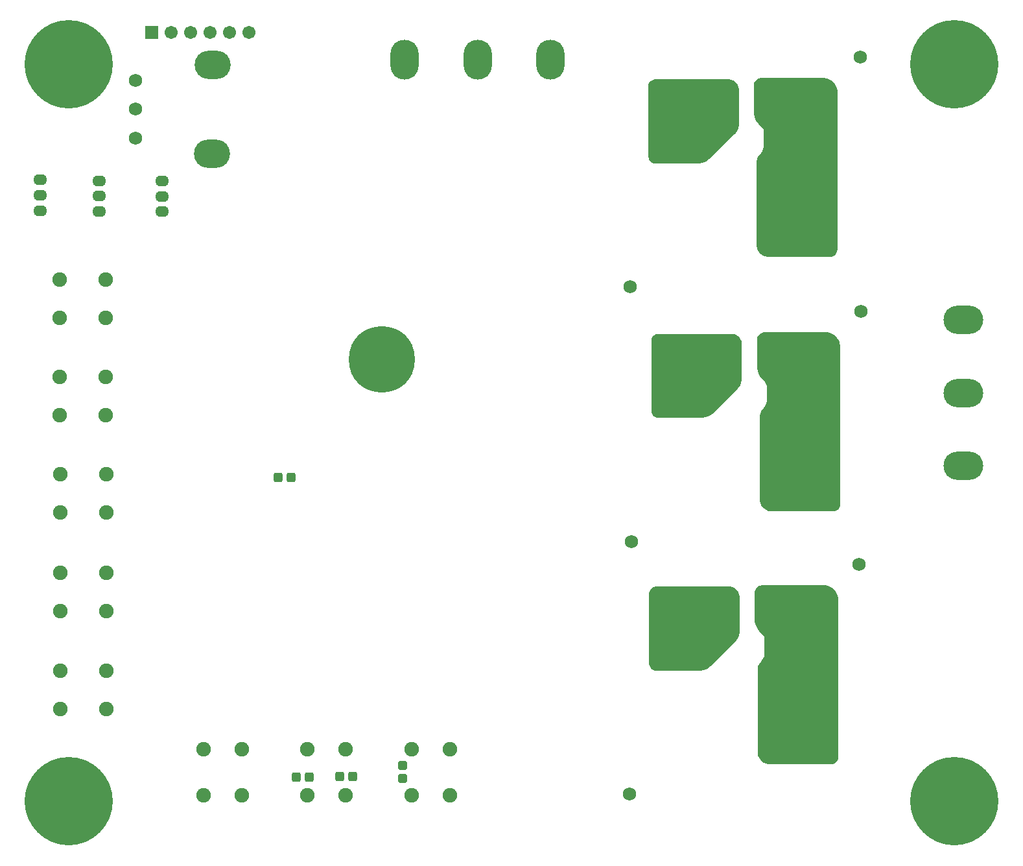
<source format=gbs>
G04 Layer_Color=16711935*
%FSLAX25Y25*%
%MOIN*%
G70*
G01*
G75*
G04:AMPARAMS|DCode=91|XSize=47.37mil|YSize=43.43mil|CornerRadius=8.43mil|HoleSize=0mil|Usage=FLASHONLY|Rotation=180.000|XOffset=0mil|YOffset=0mil|HoleType=Round|Shape=RoundedRectangle|*
%AMROUNDEDRECTD91*
21,1,0.04737,0.02657,0,0,180.0*
21,1,0.03051,0.04343,0,0,180.0*
1,1,0.01686,-0.01526,0.01329*
1,1,0.01686,0.01526,0.01329*
1,1,0.01686,0.01526,-0.01329*
1,1,0.01686,-0.01526,-0.01329*
%
%ADD91ROUNDEDRECTD91*%
G04:AMPARAMS|DCode=92|XSize=47.37mil|YSize=43.43mil|CornerRadius=8.43mil|HoleSize=0mil|Usage=FLASHONLY|Rotation=270.000|XOffset=0mil|YOffset=0mil|HoleType=Round|Shape=RoundedRectangle|*
%AMROUNDEDRECTD92*
21,1,0.04737,0.02657,0,0,270.0*
21,1,0.03051,0.04343,0,0,270.0*
1,1,0.01686,-0.01329,-0.01526*
1,1,0.01686,-0.01329,0.01526*
1,1,0.01686,0.01329,0.01526*
1,1,0.01686,0.01329,-0.01526*
%
%ADD92ROUNDEDRECTD92*%
%ADD124C,0.06706*%
%ADD125R,0.06706X0.06706*%
%ADD126C,0.06800*%
%ADD127O,0.18516X0.14579*%
%ADD128C,0.07493*%
%ADD129O,0.20485X0.14579*%
%ADD130O,0.14579X0.20485*%
%ADD131C,0.45370*%
%ADD132C,0.34000*%
%ADD133O,0.07099X0.05524*%
G36*
X416588Y265619D02*
X417953Y265054D01*
X419181Y264233D01*
X420226Y263188D01*
X421046Y261960D01*
X421612Y260595D01*
X421900Y259146D01*
Y258407D01*
Y177907D01*
X421900Y177907D01*
X421900D01*
Y177513D01*
X421746Y176740D01*
X421445Y176012D01*
X421007Y175357D01*
X420450Y174800D01*
X419795Y174362D01*
X419067Y174061D01*
X418294Y173907D01*
X385989D01*
X384791Y174145D01*
X383663Y174613D01*
X382648Y175291D01*
X381784Y176155D01*
X381106Y177170D01*
X380638Y178299D01*
X380400Y179496D01*
Y180107D01*
Y222361D01*
X380400Y222361D01*
X380400Y222361D01*
Y222967D01*
X380636Y224154D01*
X381099Y225272D01*
X381772Y226279D01*
X382200Y226707D01*
X382605Y227154D01*
X383274Y228156D01*
X383735Y229269D01*
X383970Y230450D01*
X384000Y231053D01*
Y238193D01*
X384000Y238193D01*
X383984Y238527D01*
X383958Y238655D01*
X383853Y239184D01*
X383597Y239802D01*
X383225Y240359D01*
X383000Y240607D01*
X381233Y242375D01*
X380138Y244012D01*
X379384Y245832D01*
X379000Y247764D01*
Y248749D01*
Y262107D01*
X379000Y262107D01*
X379000Y262107D01*
X379017Y262569D01*
X379146Y263215D01*
X379433Y263907D01*
X379848Y264529D01*
X380378Y265059D01*
X381000Y265475D01*
X381692Y265761D01*
X382426Y265907D01*
X415139D01*
X416588Y265619D01*
D02*
G37*
G36*
X364800Y135300D02*
Y135300D01*
X365322Y135300D01*
X366346Y135096D01*
X367311Y134697D01*
X368179Y134117D01*
X368917Y133379D01*
X369497Y132510D01*
X369896Y131546D01*
X370100Y130522D01*
X370100Y130000D01*
X370100Y112270D01*
X370100Y112270D01*
X370100Y111564D01*
X369824Y110178D01*
X369284Y108874D01*
X368499Y107699D01*
X368000Y107200D01*
X355729Y94929D01*
X355729D01*
X355032Y94232D01*
X353395Y93138D01*
X351575Y92384D01*
X349643Y92000D01*
X327500D01*
X327116Y92000D01*
X326362Y92150D01*
X325653Y92444D01*
X325014Y92871D01*
X324471Y93414D01*
X324044Y94053D01*
X323750Y94762D01*
X323600Y95516D01*
X323600Y95900D01*
X323600Y131700D01*
X323600Y131700D01*
X323600Y131700D01*
X323621Y132162D01*
X323738Y132750D01*
X324010Y133405D01*
X324404Y133995D01*
X324905Y134496D01*
X325495Y134890D01*
X326150Y135162D01*
X326845Y135300D01*
X364800D01*
X364800Y135300D01*
D02*
G37*
G36*
X415488Y135712D02*
X416853Y135146D01*
X418081Y134326D01*
X419126Y133281D01*
X419946Y132053D01*
X420512Y130688D01*
X420800Y129239D01*
Y128500D01*
Y48000D01*
X420800Y48000D01*
X420800D01*
Y47606D01*
X420646Y46833D01*
X420345Y46105D01*
X419907Y45450D01*
X419350Y44893D01*
X418695Y44455D01*
X417967Y44154D01*
X417194Y44000D01*
X384889D01*
X383692Y44238D01*
X382563Y44706D01*
X381548Y45384D01*
X380684Y46248D01*
X380006Y47263D01*
X379538Y48392D01*
X379300Y49589D01*
Y50200D01*
Y92454D01*
X379300Y92454D01*
X379300Y93060D01*
X379536Y94247D01*
X379999Y95365D01*
X380672Y96372D01*
X381100Y96800D01*
X381505Y97247D01*
X382174Y98249D01*
X382635Y99362D01*
X382870Y100543D01*
X382900Y101146D01*
Y108286D01*
X382900Y108286D01*
X382884Y108620D01*
X382858Y108748D01*
X382753Y109277D01*
X382497Y109895D01*
X382125Y110452D01*
X381900Y110700D01*
X380133Y112468D01*
X379038Y114105D01*
X378284Y115925D01*
X377900Y117857D01*
Y118842D01*
Y132200D01*
X377900Y132200D01*
X377900Y132200D01*
X377917Y132662D01*
X378046Y133308D01*
X378332Y134000D01*
X378748Y134622D01*
X379278Y135152D01*
X379900Y135567D01*
X380592Y135854D01*
X381326Y136000D01*
X414039D01*
X415488Y135712D01*
D02*
G37*
G36*
X364349Y395953D02*
Y395953D01*
X364871Y395953D01*
X365895Y395750D01*
X366859Y395350D01*
X367727Y394770D01*
X368466Y394032D01*
X369046Y393164D01*
X369445Y392199D01*
X369649Y391176D01*
X369649Y390653D01*
X369649Y372923D01*
X369649Y372923D01*
X369649Y372217D01*
X369373Y370832D01*
X368833Y369527D01*
X368048Y368353D01*
X367549Y367853D01*
X355278Y355582D01*
X355278D01*
X354581Y354886D01*
X352943Y353792D01*
X351124Y353038D01*
X349192Y352654D01*
X327049D01*
X326665Y352654D01*
X325911Y352803D01*
X325202Y353097D01*
X324563Y353524D01*
X324020Y354067D01*
X323593Y354706D01*
X323299Y355416D01*
X323149Y356169D01*
X323149Y356554D01*
X323149Y392354D01*
X323149Y392354D01*
X323149Y392354D01*
X323170Y392815D01*
X323287Y393404D01*
X323558Y394059D01*
X323953Y394648D01*
X324454Y395150D01*
X325044Y395544D01*
X325699Y395815D01*
X326394Y395953D01*
X364349D01*
X364349Y395953D01*
D02*
G37*
G36*
X415036Y396365D02*
X416401Y395800D01*
X417630Y394979D01*
X418674Y393934D01*
X419495Y392706D01*
X420061Y391341D01*
X420349Y389892D01*
Y389154D01*
Y308653D01*
X420349Y308653D01*
X420349D01*
Y308260D01*
X420195Y307487D01*
X419894Y306759D01*
X419456Y306104D01*
X418899Y305546D01*
X418244Y305109D01*
X417516Y304807D01*
X416743Y304654D01*
X384438D01*
X383240Y304892D01*
X382112Y305359D01*
X381097Y306038D01*
X380233Y306901D01*
X379554Y307917D01*
X379087Y309045D01*
X378849Y310243D01*
Y310854D01*
Y353108D01*
X378849Y353108D01*
X378849Y353108D01*
Y353713D01*
X379085Y354901D01*
X379548Y356019D01*
X380221Y357026D01*
X380649Y357453D01*
X381054Y357900D01*
X381723Y358902D01*
X382184Y360015D01*
X382419Y361197D01*
X382449Y361799D01*
Y368939D01*
X382449Y368939D01*
X382432Y369274D01*
X382407Y369401D01*
X382302Y369930D01*
X382046Y370549D01*
X381674Y371105D01*
X381449Y371354D01*
X379681Y373121D01*
X378587Y374759D01*
X377833Y376579D01*
X377449Y378511D01*
Y379496D01*
Y392853D01*
X377449Y392853D01*
Y392853D01*
X377466Y393316D01*
X377595Y393962D01*
X377881Y394654D01*
X378297Y395276D01*
X378826Y395805D01*
X379449Y396221D01*
X380140Y396508D01*
X380874Y396654D01*
X413588D01*
X415036Y396365D01*
D02*
G37*
G36*
X365900Y265207D02*
Y265207D01*
X366422Y265207D01*
X367446Y265003D01*
X368410Y264604D01*
X369279Y264024D01*
X370017Y263286D01*
X370597Y262418D01*
X370996Y261453D01*
X371200Y260429D01*
X371200Y259907D01*
X371200Y242177D01*
X371200Y242177D01*
X371200Y241471D01*
X370924Y240086D01*
X370384Y238781D01*
X369599Y237606D01*
X369100Y237107D01*
X356829Y224836D01*
X356829D01*
X356133Y224140D01*
X354495Y223045D01*
X352675Y222291D01*
X350743Y221907D01*
X328600D01*
X328216Y221907D01*
X327462Y222057D01*
X326753Y222351D01*
X326114Y222778D01*
X325571Y223321D01*
X325144Y223960D01*
X324850Y224670D01*
X324700Y225423D01*
X324700Y225807D01*
X324700Y261607D01*
X324700Y261607D01*
X324700Y261607D01*
X324721Y262069D01*
X324838Y262657D01*
X325110Y263312D01*
X325504Y263902D01*
X326005Y264403D01*
X326595Y264797D01*
X327250Y265069D01*
X327945Y265207D01*
X365900D01*
X365900Y265207D01*
D02*
G37*
D91*
X196700Y36779D02*
D03*
Y43472D02*
D03*
D92*
X171100Y37700D02*
D03*
X164407D02*
D03*
X142154Y37400D02*
D03*
X148846D02*
D03*
X132754Y191500D02*
D03*
X139446D02*
D03*
D124*
X117800Y419900D02*
D03*
X107800D02*
D03*
X97800D02*
D03*
X87800D02*
D03*
X77800D02*
D03*
D125*
X67800D02*
D03*
D126*
X59530Y395398D02*
D03*
Y380635D02*
D03*
Y365871D02*
D03*
X431410Y146710D02*
D03*
X313300Y28600D02*
D03*
X432510Y276617D02*
D03*
X314400Y158507D02*
D03*
X432059Y407364D02*
D03*
X313949Y289253D02*
D03*
D127*
X98900Y357800D02*
D03*
X99130Y403469D02*
D03*
D128*
X114096Y28089D02*
D03*
X94411D02*
D03*
Y51711D02*
D03*
X114096D02*
D03*
X167585Y27978D02*
D03*
X147900D02*
D03*
Y51600D02*
D03*
X167585D02*
D03*
X221096Y28089D02*
D03*
X201411D02*
D03*
Y51711D02*
D03*
X221096D02*
D03*
X20589Y273404D02*
D03*
Y293089D02*
D03*
X44211D02*
D03*
Y273404D02*
D03*
X20589Y223404D02*
D03*
Y243089D02*
D03*
X44211D02*
D03*
Y223404D02*
D03*
X20689Y173304D02*
D03*
Y192989D02*
D03*
X44311D02*
D03*
Y173304D02*
D03*
X20689Y122804D02*
D03*
Y142489D02*
D03*
X44311D02*
D03*
Y122804D02*
D03*
X20689Y72404D02*
D03*
Y92089D02*
D03*
X44311D02*
D03*
Y72404D02*
D03*
D129*
X485000Y197320D02*
D03*
Y272280D02*
D03*
Y234800D02*
D03*
D130*
X235320Y406200D02*
D03*
X197839D02*
D03*
X272800D02*
D03*
D131*
X25000Y25000D02*
D03*
Y403600D02*
D03*
X480600D02*
D03*
Y25000D02*
D03*
D132*
X186200Y252000D02*
D03*
D133*
X40700Y336000D02*
D03*
Y328126D02*
D03*
Y343874D02*
D03*
X10300Y336400D02*
D03*
Y328526D02*
D03*
Y344274D02*
D03*
X73000Y335800D02*
D03*
Y327926D02*
D03*
Y343674D02*
D03*
M02*

</source>
